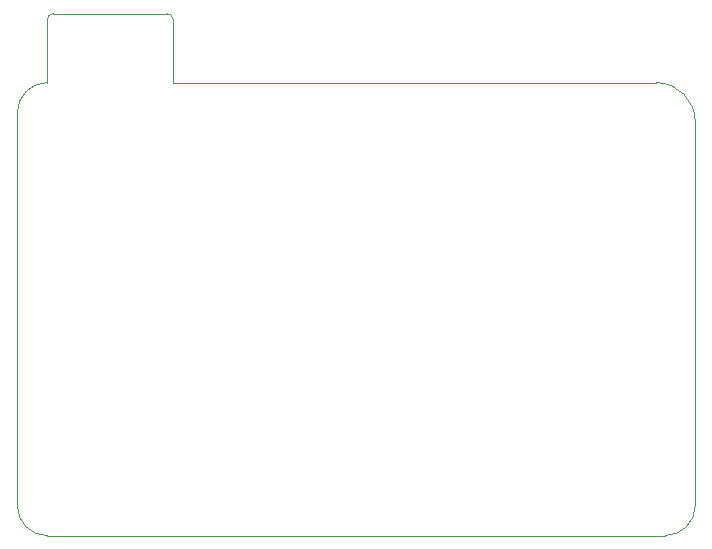
<source format=gbr>
G04 #@! TF.GenerationSoftware,KiCad,Pcbnew,(5.1.4)-1*
G04 #@! TF.CreationDate,2022-10-19T22:43:07-05:00*
G04 #@! TF.ProjectId,MusePad,4d757365-5061-4642-9e6b-696361645f70,rev?*
G04 #@! TF.SameCoordinates,Original*
G04 #@! TF.FileFunction,Profile,NP*
%FSLAX46Y46*%
G04 Gerber Fmt 4.6, Leading zero omitted, Abs format (unit mm)*
G04 Created by KiCad (PCBNEW (5.1.4)-1) date 2022-10-19 22:43:07*
%MOMM*%
%LPD*%
G04 APERTURE LIST*
%ADD10C,0.050000*%
G04 APERTURE END LIST*
D10*
X53086000Y-93980000D02*
X93980000Y-93980000D01*
X42418000Y-88646000D02*
X42418000Y-93980000D01*
X42926000Y-88138000D02*
X52578000Y-88138000D01*
X53086000Y-88646000D02*
X53086000Y-93980000D01*
X42418000Y-88646000D02*
G75*
G02X42926000Y-88138000I508000J0D01*
G01*
X52578000Y-88138000D02*
G75*
G02X53086000Y-88646000I0J-508000D01*
G01*
X39878000Y-96520000D02*
X39878000Y-129794000D01*
X39878000Y-96520000D02*
G75*
G02X42418000Y-93980000I2540000J0D01*
G01*
X97282000Y-129794000D02*
X97282000Y-97282000D01*
X93980000Y-93980000D02*
G75*
G02X97282000Y-97282000I0J-3302000D01*
G01*
X97282000Y-129794000D02*
G75*
G02X94742000Y-132334000I-2540000J0D01*
G01*
X42418000Y-132334000D02*
X94742000Y-132334000D01*
X42418000Y-132334000D02*
G75*
G02X39878000Y-129794000I0J2540000D01*
G01*
M02*

</source>
